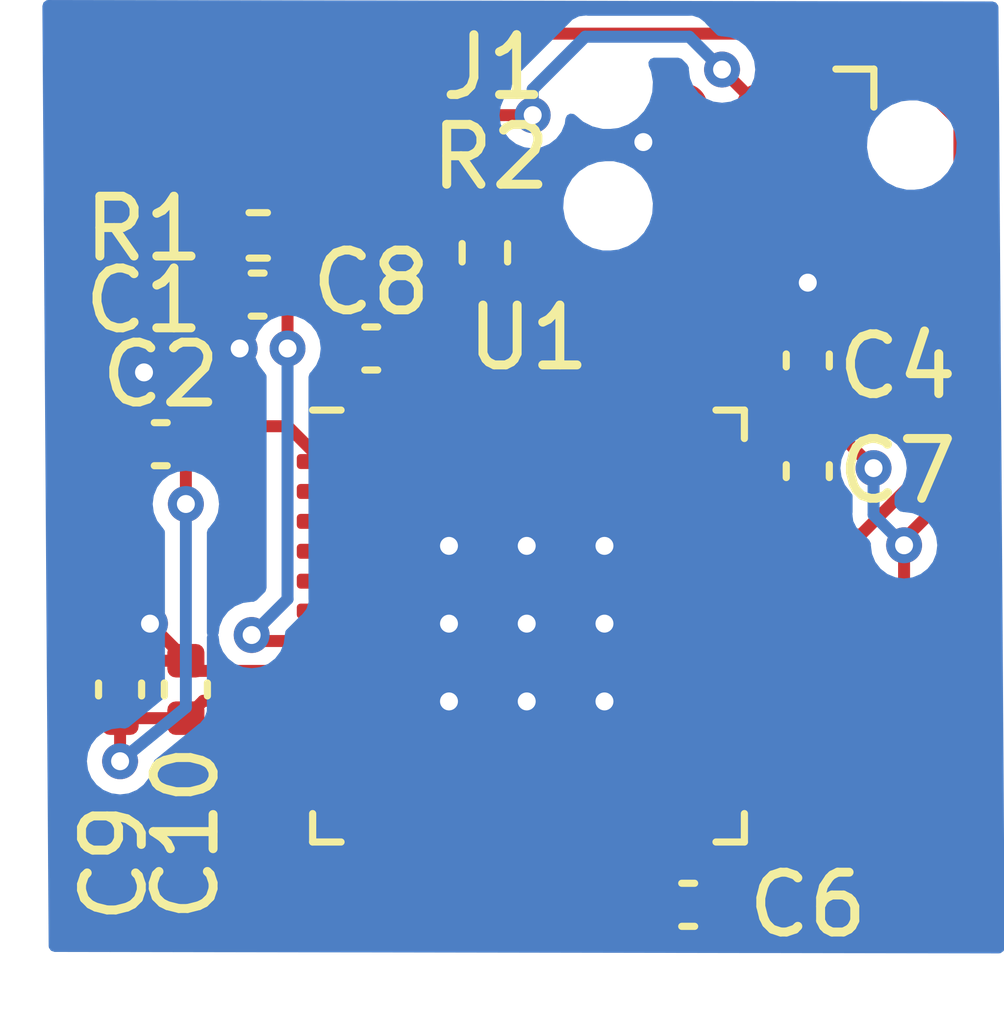
<source format=kicad_pcb>
(kicad_pcb (version 20221018) (generator pcbnew)
  (layers (0 "F.Cu" signal) (31 "B.Cu" signal) (34 "B.Paste" user) (35 "F.Paste" user) (36 "B.SilkS" user "B.Silkscreen") (37 "F.SilkS" user "F.Silkscreen") (38 "B.Mask" user) (39 "F.Mask" user) (44 "Edge.Cuts" user))
  (net 0 "")
  (net 1 "/NRST")
  (net 2 "GND")
  (net 3 "+3V3")
  (net 4 "/SWCLK")
  (net 5 "/SWDIO")
  (net 6 "Net-(R2-Pad1)")
  (footprint "Capacitor_SMD:C_0402_1005Metric" (layer "F.Cu") (at 133.8 84.8)
    (fp_text reference "C1" (at -1.9 0.1) (layer "F.SilkS"))
    (fp_text value "100nF")
    (fp_line (start -0.107836 -0.36) (end 0.107836 -0.36) (stroke (width 0.12)) (layer "F.SilkS"))
    (fp_line (start -0.107836 0.36) (end 0.107836 0.36) (stroke (width 0.12)) (layer "F.SilkS"))
    (pad "1" smd roundrect (at -0.48 0) (size 0.56 0.62) (layers "F.Cu" "F.Paste" "F.Mask") (net 2 "GND"))
    (pad "2" smd roundrect (at 0.48 0) (size 0.56 0.62) (layers "F.Cu" "F.Paste" "F.Mask") (net 1 "/NRST"))
  )
  (footprint "Capacitor_SMD:C_0402_1005Metric" (layer "F.Cu") (at 132.18 87.3)
    (fp_text reference "C2" (at 0 -1.16) (layer "F.SilkS"))
    (fp_text value "100nF")
    (fp_line (start -0.107836 -0.36) (end 0.107836 -0.36) (stroke (width 0.12)) (layer "F.SilkS"))
    (fp_line (start -0.107836 0.36) (end 0.107836 0.36) (stroke (width 0.12)) (layer "F.SilkS"))
    (pad "1" smd roundrect (at -0.48 0) (size 0.56 0.62) (layers "F.Cu" "F.Paste" "F.Mask") (net 2 "GND"))
    (pad "2" smd roundrect (at 0.48 0) (size 0.56 0.62) (layers "F.Cu" "F.Paste" "F.Mask") (net 3 "+3V3"))
  )
  (footprint "Capacitor_SMD:C_0402_1005Metric" (layer "F.Cu") (at 143 85.9 -90)
    (fp_text reference "C4" (at 0.1 -1.5 180) (layer "F.SilkS"))
    (fp_text value "4.7uF")
    (fp_line (start -0.107836 -0.36) (end 0.107836 -0.36) (stroke (width 0.12)) (layer "F.SilkS"))
    (fp_line (start -0.107836 0.36) (end 0.107836 0.36) (stroke (width 0.12)) (layer "F.SilkS"))
    (pad "1" smd roundrect (at -0.48 0 270) (size 0.56 0.62) (layers "F.Cu" "F.Paste" "F.Mask") (net 2 "GND"))
    (pad "2" smd roundrect (at 0.48 0 270) (size 0.56 0.62) (layers "F.Cu" "F.Paste" "F.Mask") (net 3 "+3V3"))
  )
  (footprint "Capacitor_SMD:C_0402_1005Metric" (layer "F.Cu") (at 143 87.75 90)
    (fp_text reference "C7" (at 0 1.5 180) (layer "F.SilkS"))
    (fp_text value "100nF")
    (fp_line (start -0.107836 -0.36) (end 0.107836 -0.36) (stroke (width 0.12)) (layer "F.SilkS"))
    (fp_line (start -0.107836 0.36) (end 0.107836 0.36) (stroke (width 0.12)) (layer "F.SilkS"))
    (pad "1" smd roundrect (at -0.48 0 90) (size 0.56 0.62) (layers "F.Cu" "F.Paste" "F.Mask") (net 2 "GND"))
    (pad "2" smd roundrect (at 0.48 0 90) (size 0.56 0.62) (layers "F.Cu" "F.Paste" "F.Mask") (net 3 "+3V3"))
  )
  (footprint "Capacitor_SMD:C_0402_1005Metric" (layer "F.Cu") (at 135.7 85.7 180)
    (fp_text reference "C8" (at 0 1.1) (layer "F.SilkS"))
    (fp_text value "100nF")
    (fp_line (start -0.107836 -0.36) (end 0.107836 -0.36) (stroke (width 0.12)) (layer "F.SilkS"))
    (fp_line (start -0.107836 0.36) (end 0.107836 0.36) (stroke (width 0.12)) (layer "F.SilkS"))
    (pad "1" smd roundrect (at -0.48 0 180) (size 0.56 0.62) (layers "F.Cu" "F.Paste" "F.Mask") (net 2 "GND"))
    (pad "2" smd roundrect (at 0.48 0 180) (size 0.56 0.62) (layers "F.Cu" "F.Paste" "F.Mask") (net 3 "+3V3"))
  )
  (footprint "Capacitor_SMD:C_0402_1005Metric" (layer "F.Cu") (at 131.5 91.4 -90)
    (fp_text reference "C9" (at 2.9 0.1 90) (layer "F.SilkS"))
    (fp_text value "1uF")
    (fp_line (start -0.107836 -0.36) (end 0.107836 -0.36) (stroke (width 0.12)) (layer "F.SilkS"))
    (fp_line (start -0.107836 0.36) (end 0.107836 0.36) (stroke (width 0.12)) (layer "F.SilkS"))
    (pad "1" smd roundrect (at -0.48 0 270) (size 0.56 0.62) (layers "F.Cu" "F.Paste" "F.Mask") (net 2 "GND"))
    (pad "2" smd roundrect (at 0.48 0 270) (size 0.56 0.62) (layers "F.Cu" "F.Paste" "F.Mask") (net 3 "+3V3"))
  )
  (footprint "Connector:Tag-Connect_TC2030-IDC-NL_2x03_P1.27mm_Vertical" (layer "F.Cu") (at 142.2 82.3 180)
    (fp_text reference "J1" (at 4.45 1.3) (layer "F.SilkS"))
    (fp_text value "DBG")
    (fp_line (start -1.905 1.27) (end -1.905 0.635) (stroke (width 0.12)) (layer "F.SilkS"))
    (fp_line (start -1.27 1.27) (end -1.905 1.27) (stroke (width 0.12)) (layer "F.SilkS"))
    (pad "" np_thru_hole circle (at -2.54 0 180) (size 0.9906 0.9906) (drill 0.9906) (layers "*.Cu" "*.Mask"))
    (pad "" np_thru_hole circle (at 2.54 -1.016 180) (size 0.9906 0.9906) (drill 0.9906) (layers "*.Cu" "*.Mask"))
    (pad "" np_thru_hole circle (at 2.54 1.016 180) (size 0.9906 0.9906) (drill 0.9906) (layers "*.Cu" "*.Mask"))
    (pad "1" connect circle (at -1.27 0.635 180) (size 0.7874 0.7874) (layers "F.Cu" "F.Mask") (net 3 "+3V3"))
    (pad "2" connect circle (at -1.27 -0.635 180) (size 0.7874 0.7874) (layers "F.Cu" "F.Mask") (net 5 "/SWDIO"))
    (pad "3" connect circle (at 0 0.635 180) (size 0.7874 0.7874) (layers "F.Cu" "F.Mask") (net 1 "/NRST"))
    (pad "4" connect circle (at 0 -0.635 180) (size 0.7874 0.7874) (layers "F.Cu" "F.Mask") (net 4 "/SWCLK"))
    (pad "5" connect circle (at 1.27 0.635 180) (size 0.7874 0.7874) (layers "F.Cu" "F.Mask") (net 2 "GND"))
    (pad "6" connect circle (at 1.27 -0.635 180) (size 0.7874 0.7874) (layers "F.Cu" "F.Mask"))
  )
  (footprint "Resistor_SMD:R_0402_1005Metric" (layer "F.Cu") (at 133.81 83.81)
    (fp_text reference "R1" (at -1.91 -0.11) (layer "F.SilkS"))
    (fp_text value "10k")
    (fp_line (start -0.153641 -0.38) (end 0.153641 -0.38) (stroke (width 0.12)) (layer "F.SilkS"))
    (fp_line (start -0.153641 0.38) (end 0.153641 0.38) (stroke (width 0.12)) (layer "F.SilkS"))
    (pad "1" smd roundrect (at -0.51 0) (size 0.54 0.64) (layers "F.Cu" "F.Paste" "F.Mask") (net 3 "+3V3"))
    (pad "2" smd roundrect (at 0.51 0) (size 0.54 0.64) (layers "F.Cu" "F.Paste" "F.Mask") (net 1 "/NRST"))
  )
  (footprint "Resistor_SMD:R_0402_1005Metric" (layer "F.Cu") (at 137.6 84.1 90)
    (fp_text reference "R2" (at 1.6 0.1 180) (layer "F.SilkS"))
    (fp_text value "10k")
    (fp_line (start -0.153641 -0.38) (end 0.153641 -0.38) (stroke (width 0.12)) (layer "F.SilkS"))
    (fp_line (start -0.153641 0.38) (end 0.153641 0.38) (stroke (width 0.12)) (layer "F.SilkS"))
    (pad "1" smd roundrect (at -0.51 0 90) (size 0.54 0.64) (layers "F.Cu" "F.Paste" "F.Mask") (net 6 "Net-(R2-Pad1)"))
    (pad "2" smd roundrect (at 0.51 0 90) (size 0.54 0.64) (layers "F.Cu" "F.Paste" "F.Mask") (net 2 "GND"))
  )
  (footprint "Capacitor_SMD:C_0402_1005Metric" (layer "F.Cu") (at 141 95)
    (fp_text reference "C6" (at 2 0) (layer "F.SilkS"))
    (fp_text value "100nF")
    (fp_line (start -0.107836 -0.36) (end 0.107836 -0.36) (stroke (width 0.12)) (layer "F.SilkS"))
    (fp_line (start -0.107836 0.36) (end 0.107836 0.36) (stroke (width 0.12)) (layer "F.SilkS"))
    (pad "1" smd roundrect (at -0.48 0) (size 0.56 0.62) (layers "F.Cu" "F.Paste" "F.Mask") (net 2 "GND"))
    (pad "2" smd roundrect (at 0.48 0) (size 0.56 0.62) (layers "F.Cu" "F.Paste" "F.Mask") (net 3 "+3V3"))
  )
  (footprint "Capacitor_SMD:C_0402_1005Metric" (layer "F.Cu") (at 132.6 91.4 -90)
    (fp_text reference "C10" (at 2.4 0 -90) (layer "F.SilkS"))
    (fp_text value "10nF")
    (fp_line (start -0.107836 -0.36) (end 0.107836 -0.36) (stroke (width 0.12)) (layer "F.SilkS"))
    (fp_line (start -0.107836 0.36) (end 0.107836 0.36) (stroke (width 0.12)) (layer "F.SilkS"))
    (pad "1" smd roundrect (at -0.48 0 270) (size 0.56 0.62) (layers "F.Cu" "F.Paste" "F.Mask") (net 2 "GND"))
    (pad "2" smd roundrect (at 0.48 0 270) (size 0.56 0.62) (layers "F.Cu" "F.Paste" "F.Mask") (net 3 "+3V3"))
  )
  (footprint "Package_DFN_QFN:QFN-48-1EP_7x7mm_P0.5mm_EP5.6x5.6mm" (layer "F.Cu") (at 138.33 90.34)
    (fp_text reference "U1" (at 0 -4.82) (layer "F.SilkS"))
    (fp_text value "STM32F072CBUx")
    (fp_line (start -3.61 3.61) (end -3.61 3.135) (stroke (width 0.12)) (layer "F.SilkS"))
    (fp_line (start -3.135 -3.61) (end -3.61 -3.61) (stroke (width 0.12)) (layer "F.SilkS"))
    (fp_line (start -3.135 3.61) (end -3.61 3.61) (stroke (width 0.12)) (layer "F.SilkS"))
    (fp_line (start 3.135 -3.61) (end 3.61 -3.61) (stroke (width 0.12)) (layer "F.SilkS"))
    (fp_line (start 3.135 3.61) (end 3.61 3.61) (stroke (width 0.12)) (layer "F.SilkS"))
    (fp_line (start 3.61 -3.61) (end 3.61 -3.135) (stroke (width 0.12)) (layer "F.SilkS"))
    (fp_line (start 3.61 3.61) (end 3.61 3.135) (stroke (width 0.12)) (layer "F.SilkS"))
    (pad "1" smd roundrect (at -3.4375 -2.75) (size 0.875 0.25) (layers "F.Cu" "F.Paste" "F.Mask") (net 3 "+3V3"))
    (pad "2" smd roundrect (at -3.4375 -2.25) (size 0.875 0.25) (layers "F.Cu" "F.Paste" "F.Mask"))
    (pad "3" smd roundrect (at -3.4375 -1.75) (size 0.875 0.25) (layers "F.Cu" "F.Paste" "F.Mask"))
    (pad "4" smd roundrect (at -3.4375 -1.25) (size 0.875 0.25) (layers "F.Cu" "F.Paste" "F.Mask"))
    (pad "5" smd roundrect (at -3.4375 -0.75) (size 0.875 0.25) (layers "F.Cu" "F.Paste" "F.Mask"))
    (pad "6" smd roundrect (at -3.4375 -0.25) (size 0.875 0.25) (layers "F.Cu" "F.Paste" "F.Mask"))
    (pad "7" smd roundrect (at -3.4375 0.25) (size 0.875 0.25) (layers "F.Cu" "F.Paste" "F.Mask") (net 1 "/NRST"))
    (pad "8" smd roundrect (at -3.4375 0.75) (size 0.875 0.25) (layers "F.Cu" "F.Paste" "F.Mask") (net 2 "GND"))
    (pad "9" smd roundrect (at -3.4375 1.25) (size 0.875 0.25) (layers "F.Cu" "F.Paste" "F.Mask") (net 3 "+3V3"))
    (pad "10" smd roundrect (at -3.4375 1.75) (size 0.875 0.25) (layers "F.Cu" "F.Paste" "F.Mask"))
    (pad "11" smd roundrect (at -3.4375 2.25) (size 0.875 0.25) (layers "F.Cu" "F.Paste" "F.Mask"))
    (pad "12" smd roundrect (at -3.4375 2.75) (size 0.875 0.25) (layers "F.Cu" "F.Paste" "F.Mask"))
    (pad "13" smd roundrect (at -2.75 3.4375) (size 0.25 0.875) (layers "F.Cu" "F.Paste" "F.Mask"))
    (pad "14" smd roundrect (at -2.25 3.4375) (size 0.25 0.875) (layers "F.Cu" "F.Paste" "F.Mask"))
    (pad "15" smd roundrect (at -1.75 3.4375) (size 0.25 0.875) (layers "F.Cu" "F.Paste" "F.Mask"))
    (pad "16" smd roundrect (at -1.25 3.4375) (size 0.25 0.875) (layers "F.Cu" "F.Paste" "F.Mask"))
    (pad "17" smd roundrect (at -0.75 3.4375) (size 0.25 0.875) (layers "F.Cu" "F.Paste" "F.Mask"))
    (pad "18" smd roundrect (at -0.25 3.4375) (size 0.25 0.875) (layers "F.Cu" "F.Paste" "F.Mask"))
    (pad "19" smd roundrect (at 0.25 3.4375) (size 0.25 0.875) (layers "F.Cu" "F.Paste" "F.Mask"))
    (pad "20" smd roundrect (at 0.75 3.4375) (size 0.25 0.875) (layers "F.Cu" "F.Paste" "F.Mask"))
    (pad "21" smd roundrect (at 1.25 3.4375) (size 0.25 0.875) (layers "F.Cu" "F.Paste" "F.Mask"))
    (pad "22" smd roundrect (at 1.75 3.4375) (size 0.25 0.875) (layers "F.Cu" "F.Paste" "F.Mask"))
    (pad "23" smd roundrect (at 2.25 3.4375) (size 0.25 0.875) (layers "F.Cu" "F.Paste" "F.Mask") (net 2 "GND"))
    (pad "24" smd roundrect (at 2.75 3.4375) (size 0.25 0.875) (layers "F.Cu" "F.Paste" "F.Mask") (net 3 "+3V3"))
    (pad "25" smd roundrect (at 3.4375 2.75) (size 0.875 0.25) (layers "F.Cu" "F.Paste" "F.Mask"))
    (pad "26" smd roundrect (at 3.4375 2.25) (size 0.875 0.25) (layers "F.Cu" "F.Paste" "F.Mask"))
    (pad "27" smd roundrect (at 3.4375 1.75) (size 0.875 0.25) (layers "F.Cu" "F.Paste" "F.Mask"))
    (pad "28" smd roundrect (at 3.4375 1.25) (size 0.875 0.25) (layers "F.Cu" "F.Paste" "F.Mask"))
    (pad "29" smd roundrect (at 3.4375 0.75) (size 0.875 0.25) (layers "F.Cu" "F.Paste" "F.Mask"))
    (pad "30" smd roundrect (at 3.4375 0.25) (size 0.875 0.25) (layers "F.Cu" "F.Paste" "F.Mask"))
    (pad "31" smd roundrect (at 3.4375 -0.25) (size 0.875 0.25) (layers "F.Cu" "F.Paste" "F.Mask"))
    (pad "32" smd roundrect (at 3.4375 -0.75) (size 0.875 0.25) (layers "F.Cu" "F.Paste" "F.Mask"))
    (pad "33" smd roundrect (at 3.4375 -1.25) (size 0.875 0.25) (layers "F.Cu" "F.Paste" "F.Mask"))
    (pad "34" smd roundrect (at 3.4375 -1.75) (size 0.875 0.25) (layers "F.Cu" "F.Paste" "F.Mask") (net 5 "/SWDIO"))
    (pad "35" smd roundrect (at 3.4375 -2.25) (size 0.875 0.25) (layers "F.Cu" "F.Paste" "F.Mask") (net 2 "GND"))
    (pad "36" smd roundrect (at 3.4375 -2.75) (size 0.875 0.25) (layers "F.Cu" "F.Paste" "F.Mask") (net 3 "+3V3"))
    (pad "37" smd roundrect (at 2.75 -3.4375) (size 0.25 0.875) (layers "F.Cu" "F.Paste" "F.Mask") (net 4 "/SWCLK"))
    (pad "38" smd roundrect (at 2.25 -3.4375) (size 0.25 0.875) (layers "F.Cu" "F.Paste" "F.Mask"))
    (pad "39" smd roundrect (at 1.75 -3.4375) (size 0.25 0.875) (layers "F.Cu" "F.Paste" "F.Mask"))
    (pad "40" smd roundrect (at 1.25 -3.4375) (size 0.25 0.875) (layers "F.Cu" "F.Paste" "F.Mask"))
    (pad "41" smd roundrect (at 0.75 -3.4375) (size 0.25 0.875) (layers "F.Cu" "F.Paste" "F.Mask"))
    (pad "42" smd roundrect (at 0.25 -3.4375) (size 0.25 0.875) (layers "F.Cu" "F.Paste" "F.Mask"))
    (pad "43" smd roundrect (at -0.25 -3.4375) (size 0.25 0.875) (layers "F.Cu" "F.Paste" "F.Mask"))
    (pad "44" smd roundrect (at -0.75 -3.4375) (size 0.25 0.875) (layers "F.Cu" "F.Paste" "F.Mask") (net 6 "Net-(R2-Pad1)"))
    (pad "45" smd roundrect (at -1.25 -3.4375) (size 0.25 0.875) (layers "F.Cu" "F.Paste" "F.Mask"))
    (pad "46" smd roundrect (at -1.75 -3.4375) (size 0.25 0.875) (layers "F.Cu" "F.Paste" "F.Mask"))
    (pad "47" smd roundrect (at -2.25 -3.4375) (size 0.25 0.875) (layers "F.Cu" "F.Paste" "F.Mask") (net 2 "GND"))
    (pad "48" smd roundrect (at -2.75 -3.4375) (size 0.25 0.875) (layers "F.Cu" "F.Paste" "F.Mask") (net 3 "+3V3"))
    (pad "49" smd rect (at 0 0) (size 5.6 5.6) (layers "F.Cu" "F.Mask") (net 2 "GND"))
  )
  (segment (start 136.33 81.8) (end 134.32 83.81) (width 0.2) (layer "F.Cu") (net 1))
  (segment (start 134.28 84.8) (end 134.28 83.85) (width 0.2) (layer "F.Cu") (net 1))
  (segment (start 138.4 81.8) (end 136.33 81.8) (width 0.2) (layer "F.Cu") (net 1))
  (segment (start 134.5 85.02) (end 134.28 84.8) (width 0.2) (layer "F.Cu") (net 1))
  (segment (start 134.28 83.85) (end 134.32 83.81) (width 0.2) (layer "F.Cu") (net 1))
  (segment (start 142.2 81.665) (end 142.193856 81.665) (width 0.2) (layer "F.Cu") (net 1))
  (segment (start 134.3 85.7) (end 134.3 84.82) (width 0.2) (layer "F.Cu") (net 1))
  (segment (start 134.8925 90.59) (end 133.8 90.59) (width 0.2) (layer "F.Cu") (net 1))
  (segment (start 134.3 84.82) (end 134.28 84.8) (width 0.2) (layer "F.Cu") (net 1))
  (segment (start 142.193856 81.665) (end 141.566227 81.037371) (width 0.2) (layer "F.Cu") (net 1))
  (segment (start 133.8 90.59) (end 133.7 90.49) (width 0.2) (layer "F.Cu") (net 1))
  (via (at 133.7 90.49) (size 0.6) (drill 0.3) (layers "F.Cu" "B.Cu") (net 1))
  (via (at 141.566227 81.037371) (size 0.6) (drill 0.3) (layers "F.Cu" "B.Cu") (net 1))
  (via (at 138.4 81.8) (size 0.6) (drill 0.3) (layers "F.Cu" "B.Cu") (net 1))
  (via (at 134.3 85.7) (size 0.6) (drill 0.3) (layers "F.Cu" "B.Cu") (net 1))
  (segment (start 138.4 81.366954) (end 138.4 81.8) (width 0.2) (layer "B.Cu") (net 1))
  (segment (start 141.017555 80.488699) (end 139.278255 80.488699) (width 0.2) (layer "B.Cu") (net 1))
  (segment (start 141.566227 81.037371) (end 141.017555 80.488699) (width 0.2) (layer "B.Cu") (net 1))
  (segment (start 133.7 90.49) (end 134.3 89.89) (width 0.2) (layer "B.Cu") (net 1))
  (segment (start 139.278255 80.488699) (end 138.4 81.366954) (width 0.2) (layer "B.Cu") (net 1))
  (segment (start 134.3 89.89) (end 134.3 85.7) (width 0.2) (layer "B.Cu") (net 1))
  (segment (start 140.25 82.25) (end 138.94 82.25) (width 0.2) (layer "F.Cu") (net 2))
  (segment (start 140.52 95) (end 140.52 93.8375) (width 0.2) (layer "F.Cu") (net 2))
  (segment (start 140.58 93.7775) (end 140.58 92.59) (width 0.2) (layer "F.Cu") (net 2))
  (segment (start 131.7 87.3) (end 131.7 86.3) (width 0.2) (layer "F.Cu") (net 2))
  (segment (start 141.7675 88.09) (end 142.86 88.09) (width 0.2) (layer "F.Cu") (net 2))
  (segment (start 136.08 85.8) (end 136.08 86.9025) (width 0.2) (layer "F.Cu") (net 2))
  (segment (start 132.6 90.92) (end 132.6 90.9) (width 0.2) (layer "F.Cu") (net 2))
  (segment (start 134.8925 91.09) (end 137.58 91.09) (width 0.2) (layer "F.Cu") (net 2))
  (segment (start 136.08 88.09) (end 138.33 90.34) (width 0.2) (layer "F.Cu") (net 2))
  (segment (start 140.58 92.59) (end 138.33 90.34) (width 0.2) (layer "F.Cu") (net 2))
  (segment (start 132.6 90.9) (end 132 90.3) (width 0.2) (layer "F.Cu") (net 2))
  (segment (start 140.58 88.09) (end 138.33 90.34) (width 0.2) (layer "F.Cu") (net 2))
  (segment (start 140.52 93.8375) (end 140.58 93.7775) (width 0.2) (layer "F.Cu") (net 2))
  (segment (start 136.18 85.7) (end 136.08 85.8) (width 0.2) (layer "F.Cu") (net 2))
  (segment (start 137.58 91.09) (end 138.33 90.34) (width 0.2) (layer "F.Cu") (net 2))
  (segment (start 140.835 81.665) (end 140.25 82.25) (width 0.2) (layer "F.Cu") (net 2))
  (segment (start 133.32 85.52) (end 133.5 85.7) (width 0.2) (layer "F.Cu") (net 2))
  (segment (start 133.32 84.8) (end 133.32 85.52) (width 0.2) (layer "F.Cu") (net 2))
  (segment (start 138.94 82.25) (end 137.6 83.59) (width 0.2) (layer "F.Cu") (net 2))
  (segment (start 142.86 88.09) (end 143 88.23) (width 0.2) (layer "F.Cu") (net 2))
  (segment (start 131.5 90.92) (end 131.5 90.8) (width 0.2) (layer "F.Cu") (net 2))
  (segment (start 134.8925 91.09) (end 132.77 91.09) (width 0.2) (layer "F.Cu") (net 2))
  (segment (start 132.77 91.09) (end 132.6 90.92) (width 0.2) (layer "F.Cu") (net 2))
  (segment (start 132.6 90.92) (end 131.5 90.92) (width 0.2) (layer "F.Cu") (net 2))
  (segment (start 131.5 90.8) (end 132 90.3) (width 0.2) (layer "F.Cu") (net 2))
  (segment (start 141.7675 88.09) (end 140.58 88.09) (width 0.2) (layer "F.Cu") (net 2))
  (segment (start 131.7 86.3) (end 131.9 86.1) (width 0.2) (layer "F.Cu") (net 2))
  (segment (start 143 85.42) (end 143 84.6) (width 0.2) (layer "F.Cu") (net 2))
  (segment (start 136.08 86.9025) (end 136.08 88.09) (width 0.2) (layer "F.Cu") (net 2))
  (segment (start 140.93 81.665) (end 140.835 81.665) (width 0.2) (layer "F.Cu") (net 2))
  (via (at 137 90.3) (size 0.6) (drill 0.3) (layers "F.Cu" "B.Cu") (net 2))
  (via (at 143 84.6) (size 0.6) (drill 0.3) (layers "F.Cu" "B.Cu") (net 2))
  (via (at 139.6 91.6) (size 0.6) (drill 0.3) (layers "F.Cu" "B.Cu") (net 2))
  (via (at 137 91.6) (size 0.6) (drill 0.3) (layers "F.Cu" "B.Cu") (net 2))
  (via (at 138.3 91.6) (size 0.6) (drill 0.3) (layers "F.Cu" "B.Cu") (net 2))
  (via (at 133.5 85.7) (size 0.6) (drill 0.3) (layers "F.Cu" "B.Cu") (net 2))
  (via (at 138.3 89) (size 0.6) (drill 0.3) (layers "F.Cu" "B.Cu") (net 2))
  (via (at 139.6 90.3) (size 0.6) (drill 0.3) (layers "F.Cu" "B.Cu") (net 2))
  (via (at 138.3 90.3) (size 0.6) (drill 0.3) (layers "F.Cu" "B.Cu") (net 2))
  (via (at 137 89) (size 0.6) (drill 0.3) (layers "F.Cu" "B.Cu") (net 2))
  (via (at 140.25 82.25) (size 0.6) (drill 0.3) (layers "F.Cu" "B.Cu") (net 2))
  (via (at 132 90.3) (size 0.6) (drill 0.3) (layers "F.Cu" "B.Cu") (net 2))
  (via (at 131.9 86.1) (size 0.6) (drill 0.3) (layers "F.Cu" "B.Cu") (net 2))
  (via (at 139.6 89) (size 0.6) (drill 0.3) (layers "F.Cu" "B.Cu") (net 2))
  (segment (start 132.6 88.3) (end 132.6 87.36) (width 0.2) (layer "F.Cu") (net 3))
  (segment (start 142.9775 86.38) (end 141.7675 87.59) (width 0.2) (layer "F.Cu") (net 3))
  (segment (start 132.6 91.88) (end 131.5 91.88) (width 0.2) (layer "F.Cu") (net 3))
  (segment (start 144.61001 88.88999) (end 144.61001 88.98999) (width 0.2) (layer "F.Cu") (net 3))
  (segment (start 145.535301 87.964699) (end 144.61001 88.88999) (width 0.2) (layer "F.Cu") (net 3))
  (segment (start 134.8925 87.59) (end 135.58 86.9025) (width 0.2) (layer "F.Cu") (net 3))
  (segment (start 132.96 87) (end 132.66 87.3) (width 0.2) (layer "F.Cu") (net 3))
  (segment (start 144.61001 88.98999) (end 144.61001 93.38999) (width 0.2) (layer "F.Cu") (net 3))
  (segment (start 145.535301 81.918255) (end 145.535301 87.964699) (width 0.2) (layer "F.Cu") (net 3))
  (segment (start 134.8925 87.59) (end 134.3025 87) (width 0.2) (layer "F.Cu") (net 3))
  (segment (start 143.47 81.665) (end 143.863699 81.271301) (width 0.2) (layer "F.Cu") (net 3))
  (segment (start 143 86.38) (end 142.9775 86.38) (width 0.2) (layer "F.Cu") (net 3))
  (segment (start 143 95) (end 141.48 95) (width 0.2) (layer "F.Cu") (net 3))
  (segment (start 135.58 86.06) (end 135.22 85.7) (width 0.2) (layer "F.Cu") (net 3))
  (segment (start 144.61001 93.38999) (end 143 95) (width 0.2) (layer "F.Cu") (net 3))
  (segment (start 141.48 94.1775) (end 141.08 93.7775) (width 0.2) (layer "F.Cu") (net 3))
  (segment (start 142.0875 87.27) (end 141.7675 87.59) (width 0.2) (layer "F.Cu") (net 3))
  (segment (start 143.47 81.665) (end 142.24237 80.43737) (width 0.2) (layer "F.Cu") (net 3))
  (segment (start 134.3025 87) (end 132.96 87) (width 0.2) (layer "F.Cu") (net 3))
  (segment (start 132.89 91.59) (end 132.6 91.88) (width 0.2) (layer "F.Cu") (net 3))
  (segment (start 141.48 95) (end 141.48 94.1775) (width 0.2) (layer "F.Cu") (net 3))
  (segment (start 142.24237 80.43737) (end 136.531095 80.43737) (width 0.2) (layer "F.Cu") (net 3))
  (segment (start 143.863699 81.271301) (end 144.888347 81.271301) (width 0.2) (layer "F.Cu") (net 3))
  (segment (start 133.593785 82.806215) (end 133.3 83.1) (width 0.2) (layer "F.Cu") (net 3))
  (segment (start 143 87.27) (end 142.0875 87.27) (width 0.2) (layer "F.Cu") (net 3))
  (segment (start 144.888347 81.271301) (end 145.535301 81.918255) (width 0.2) (layer "F.Cu") (net 3))
  (segment (start 143.67 87.27) (end 144.1 87.7) (width 0.2) (layer "F.Cu") (net 3))
  (segment (start 132.6 87.36) (end 132.66 87.3) (width 0.2) (layer "F.Cu") (net 3))
  (segment (start 134.16225 82.806215) (end 133.593785 82.806215) (width 0.2) (layer "F.Cu") (net 3))
  (segment (start 133.3 83.1) (end 133.3 83.81) (width 0.2) (layer "F.Cu") (net 3))
  (segment (start 132.66 87.3) (end 132.66 84.45) (width 0.2) (layer "F.Cu") (net 3))
  (segment (start 135.58 86.9025) (end 135.58 86.06) (width 0.2) (layer "F.Cu") (net 3))
  (segment (start 132.66 84.45) (end 133.3 83.81) (width 0.2) (layer "F.Cu") (net 3))
  (segment (start 134.8925 91.59) (end 132.89 91.59) (width 0.2) (layer "F.Cu") (net 3))
  (segment (start 143 86.38) (end 143 87.27) (width 0.2) (layer "F.Cu") (net 3))
  (segment (start 136.531095 80.43737) (end 134.16225 82.806215) (width 0.2) (layer "F.Cu") (net 3))
  (segment (start 131.5 91.88) (end 131.5 92.6) (width 0.2) (layer "F.Cu") (net 3))
  (segment (start 143 87.27) (end 143.67 87.27) (width 0.2) (layer "F.Cu") (net 3))
  (via (at 144.1 87.7) (size 0.6) (drill 0.3) (layers "F.Cu" "B.Cu") (net 3))
  (via (at 131.5 92.6) (size 0.6) (drill 0.3) (layers "F.Cu" "B.Cu") (net 3))
  (via (at 132.6 88.3) (size 0.6) (drill 0.3) (layers "F.Cu" "B.Cu") (net 3))
  (via (at 144.61001 88.98999) (size 0.6) (drill 0.3) (layers "F.Cu" "B.Cu") (net 3))
  (segment (start 131.5 92.6) (end 132.6 91.7) (width 0.2) (layer "B.Cu") (net 3))
  (segment (start 144.1 87.7) (end 144.1 88.47998) (width 0.2) (layer "B.Cu") (net 3))
  (segment (start 144.1 88.47998) (end 144.61001 88.98999) (width 0.2) (layer "B.Cu") (net 3))
  (segment (start 132.6 91.7) (end 132.6 88.3) (width 0.2) (layer "B.Cu") (net 3))
  (segment (start 142.2 82.935) (end 142.2 85.7825) (width 0.2) (layer "F.Cu") (net 4))
  (segment (start 142.2 85.7825) (end 141.08 86.9025) (width 0.2) (layer "F.Cu") (net 4))
  (segment (start 142.217668 88.59) (end 142.437678 88.81001) (width 0.2) (layer "F.Cu") (net 5))
  (segment (start 141.7675 88.59) (end 142.217668 88.59) (width 0.2) (layer "F.Cu") (net 5))
  (segment (start 143.88999 88.81001) (end 145.1 87.6) (width 0.2) (layer "F.Cu") (net 5))
  (segment (start 145.1 84.565) (end 143.47 82.935) (width 0.2) (layer "F.Cu") (net 5))
  (segment (start 145.1 87.6) (end 145.1 84.565) (width 0.2) (layer "F.Cu") (net 5))
  (segment (start 142.437678 88.81001) (end 143.88999 88.81001) (width 0.2) (layer "F.Cu") (net 5))
  (segment (start 137.58 86.9025) (end 137.58 86.465) (width 0.2) (layer "F.Cu") (net 6))
  (segment (start 137.65499 86.377342) (end 137.8 86.232332) (width 0.2) (layer "F.Cu") (net 6))
  (segment (start 137.8 86.232332) (end 137.8 84.81) (width 0.2) (layer "F.Cu") (net 6))
  (segment (start 137.58 86.465) (end 137.65499 86.39001) (width 0.2) (layer "F.Cu") (net 6))
  (segment (start 137.8 84.81) (end 137.6 84.61) (width 0.2) (layer "F.Cu") (net 6))
  (segment (start 137.65499 86.39001) (end 137.65499 86.377342) (width 0.2) (layer "F.Cu") (net 6))
  (zone (net 2) (net_name "GND") (layer "B.Cu") (connect_pads (clearance 0.25)) (min_thickness 0.2) (fill yes (thermal_gap 0.508) (thermal_bridge_width 0.508))
    (polygon (pts (xy 146.29375 95.8125) (xy 130.30625 95.7875) (xy 130.2 79.875) (xy 146.1875 79.9)))
  )
)
</source>
